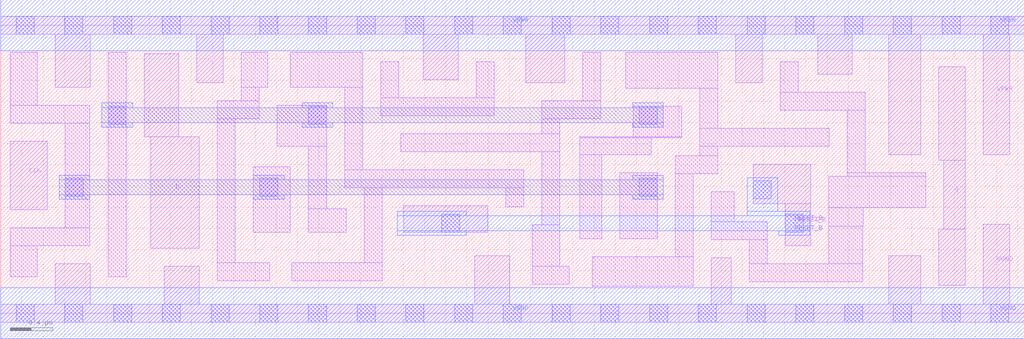
<source format=lef>
# Copyright 2020 The SkyWater PDK Authors
#
# Licensed under the Apache License, Version 2.0 (the "License");
# you may not use this file except in compliance with the License.
# You may obtain a copy of the License at
#
#     https://www.apache.org/licenses/LICENSE-2.0
#
# Unless required by applicable law or agreed to in writing, software
# distributed under the License is distributed on an "AS IS" BASIS,
# WITHOUT WARRANTIES OR CONDITIONS OF ANY KIND, either express or implied.
# See the License for the specific language governing permissions and
# limitations under the License.
#
# SPDX-License-Identifier: Apache-2.0

VERSION 5.7 ;
  NAMESCASESENSITIVE ON ;
  NOWIREEXTENSIONATPIN ON ;
  DIVIDERCHAR "/" ;
  BUSBITCHARS "[]" ;
UNITS
  DATABASE MICRONS 200 ;
END UNITS
MACRO sky130_fd_sc_hd__dfrtp_2
  CLASS CORE ;
  SOURCE USER ;
  FOREIGN sky130_fd_sc_hd__dfrtp_2 ;
  ORIGIN  0.000000  0.000000 ;
  SIZE  9.660000 BY  2.720000 ;
  SYMMETRY X Y R90 ;
  SITE unithd ;
  PIN D
    ANTENNAGATEAREA  0.126000 ;
    DIRECTION INPUT ;
    USE SIGNAL ;
    PORT
      LAYER li1 ;
        RECT 1.355000 1.665000 1.680000 2.450000 ;
        RECT 1.415000 0.615000 1.875000 1.665000 ;
    END
  END D
  PIN Q
    ANTENNADIFFAREA  0.445500 ;
    DIRECTION OUTPUT ;
    USE SIGNAL ;
    PORT
      LAYER li1 ;
        RECT 8.855000 0.265000 9.105000 0.795000 ;
        RECT 8.855000 1.445000 9.105000 2.325000 ;
        RECT 8.900000 0.795000 9.105000 1.445000 ;
    END
  END Q
  PIN RESET_B
    ANTENNAGATEAREA  0.252000 ;
    DIRECTION INPUT ;
    USE SIGNAL ;
    PORT
      LAYER li1 ;
        RECT 3.805000 0.765000 4.595000 1.015000 ;
        RECT 7.105000 1.035000 7.645000 1.405000 ;
        RECT 7.405000 0.635000 7.645000 1.035000 ;
      LAYER mcon ;
        RECT 4.165000 0.765000 4.335000 0.935000 ;
        RECT 7.105000 1.080000 7.275000 1.250000 ;
        RECT 7.405000 0.765000 7.575000 0.935000 ;
      LAYER met1 ;
        RECT 3.745000 0.735000 4.395000 0.780000 ;
        RECT 3.745000 0.780000 7.635000 0.920000 ;
        RECT 3.745000 0.920000 4.395000 0.965000 ;
        RECT 7.045000 0.920000 7.635000 0.965000 ;
        RECT 7.045000 0.965000 7.335000 1.280000 ;
        RECT 7.345000 0.735000 7.635000 0.780000 ;
    END
  END RESET_B
  PIN CLK
    ANTENNAGATEAREA  0.159000 ;
    DIRECTION INPUT ;
    USE CLOCK ;
    PORT
      LAYER li1 ;
        RECT 0.090000 0.975000 0.440000 1.625000 ;
    END
  END CLK
  PIN VGND
    DIRECTION INOUT ;
    SHAPE ABUTMENT ;
    USE GROUND ;
    PORT
      LAYER li1 ;
        RECT 0.000000 -0.085000 9.660000 0.085000 ;
        RECT 0.515000  0.085000 0.845000 0.465000 ;
        RECT 1.545000  0.085000 1.875000 0.445000 ;
        RECT 4.475000  0.085000 4.805000 0.545000 ;
        RECT 6.705000  0.085000 6.895000 0.525000 ;
        RECT 8.380000  0.085000 8.685000 0.545000 ;
        RECT 9.275000  0.085000 9.525000 0.840000 ;
      LAYER mcon ;
        RECT 0.145000 -0.085000 0.315000 0.085000 ;
        RECT 0.605000 -0.085000 0.775000 0.085000 ;
        RECT 1.065000 -0.085000 1.235000 0.085000 ;
        RECT 1.525000 -0.085000 1.695000 0.085000 ;
        RECT 1.985000 -0.085000 2.155000 0.085000 ;
        RECT 2.445000 -0.085000 2.615000 0.085000 ;
        RECT 2.905000 -0.085000 3.075000 0.085000 ;
        RECT 3.365000 -0.085000 3.535000 0.085000 ;
        RECT 3.825000 -0.085000 3.995000 0.085000 ;
        RECT 4.285000 -0.085000 4.455000 0.085000 ;
        RECT 4.745000 -0.085000 4.915000 0.085000 ;
        RECT 5.205000 -0.085000 5.375000 0.085000 ;
        RECT 5.665000 -0.085000 5.835000 0.085000 ;
        RECT 6.125000 -0.085000 6.295000 0.085000 ;
        RECT 6.585000 -0.085000 6.755000 0.085000 ;
        RECT 7.045000 -0.085000 7.215000 0.085000 ;
        RECT 7.505000 -0.085000 7.675000 0.085000 ;
        RECT 7.965000 -0.085000 8.135000 0.085000 ;
        RECT 8.425000 -0.085000 8.595000 0.085000 ;
        RECT 8.885000 -0.085000 9.055000 0.085000 ;
        RECT 9.345000 -0.085000 9.515000 0.085000 ;
      LAYER met1 ;
        RECT 0.000000 -0.240000 9.660000 0.240000 ;
    END
  END VGND
  PIN VPWR
    DIRECTION INOUT ;
    SHAPE ABUTMENT ;
    USE POWER ;
    PORT
      LAYER li1 ;
        RECT 0.000000 2.635000 9.660000 2.805000 ;
        RECT 0.515000 2.135000 0.845000 2.635000 ;
        RECT 1.850000 2.175000 2.100000 2.635000 ;
        RECT 3.990000 2.205000 4.320000 2.635000 ;
        RECT 4.955000 2.175000 5.325000 2.635000 ;
        RECT 6.940000 2.175000 7.190000 2.635000 ;
        RECT 7.710000 2.255000 8.040000 2.635000 ;
        RECT 8.380000 1.495000 8.685000 2.635000 ;
        RECT 9.275000 1.495000 9.525000 2.635000 ;
      LAYER mcon ;
        RECT 0.145000 2.635000 0.315000 2.805000 ;
        RECT 0.605000 2.635000 0.775000 2.805000 ;
        RECT 1.065000 2.635000 1.235000 2.805000 ;
        RECT 1.525000 2.635000 1.695000 2.805000 ;
        RECT 1.985000 2.635000 2.155000 2.805000 ;
        RECT 2.445000 2.635000 2.615000 2.805000 ;
        RECT 2.905000 2.635000 3.075000 2.805000 ;
        RECT 3.365000 2.635000 3.535000 2.805000 ;
        RECT 3.825000 2.635000 3.995000 2.805000 ;
        RECT 4.285000 2.635000 4.455000 2.805000 ;
        RECT 4.745000 2.635000 4.915000 2.805000 ;
        RECT 5.205000 2.635000 5.375000 2.805000 ;
        RECT 5.665000 2.635000 5.835000 2.805000 ;
        RECT 6.125000 2.635000 6.295000 2.805000 ;
        RECT 6.585000 2.635000 6.755000 2.805000 ;
        RECT 7.045000 2.635000 7.215000 2.805000 ;
        RECT 7.505000 2.635000 7.675000 2.805000 ;
        RECT 7.965000 2.635000 8.135000 2.805000 ;
        RECT 8.425000 2.635000 8.595000 2.805000 ;
        RECT 8.885000 2.635000 9.055000 2.805000 ;
        RECT 9.345000 2.635000 9.515000 2.805000 ;
      LAYER met1 ;
        RECT 0.000000 2.480000 9.660000 2.960000 ;
    END
  END VPWR
  OBS
    LAYER li1 ;
      RECT 0.090000 0.345000 0.345000 0.635000 ;
      RECT 0.090000 0.635000 0.840000 0.805000 ;
      RECT 0.090000 1.795000 0.840000 1.965000 ;
      RECT 0.090000 1.965000 0.345000 2.465000 ;
      RECT 0.610000 0.805000 0.840000 1.795000 ;
      RECT 1.015000 0.345000 1.185000 2.465000 ;
      RECT 2.045000 0.305000 2.540000 0.475000 ;
      RECT 2.045000 0.475000 2.215000 1.835000 ;
      RECT 2.045000 1.835000 2.440000 2.005000 ;
      RECT 2.270000 2.005000 2.440000 2.135000 ;
      RECT 2.270000 2.135000 2.520000 2.465000 ;
      RECT 2.385000 0.765000 2.735000 1.385000 ;
      RECT 2.610000 1.575000 3.075000 1.965000 ;
      RECT 2.735000 2.135000 3.415000 2.465000 ;
      RECT 2.745000 0.305000 3.600000 0.475000 ;
      RECT 2.905000 0.765000 3.260000 0.985000 ;
      RECT 2.905000 0.985000 3.075000 1.575000 ;
      RECT 3.245000 1.185000 4.935000 1.355000 ;
      RECT 3.245000 1.355000 3.415000 2.135000 ;
      RECT 3.430000 0.475000 3.600000 1.185000 ;
      RECT 3.585000 1.865000 4.660000 2.035000 ;
      RECT 3.585000 2.035000 3.755000 2.375000 ;
      RECT 3.775000 1.525000 5.275000 1.695000 ;
      RECT 4.490000 2.035000 4.660000 2.375000 ;
      RECT 4.765000 1.005000 4.935000 1.185000 ;
      RECT 5.015000 0.275000 5.365000 0.445000 ;
      RECT 5.015000 0.445000 5.275000 0.835000 ;
      RECT 5.105000 0.835000 5.275000 1.525000 ;
      RECT 5.105000 1.695000 5.275000 1.835000 ;
      RECT 5.105000 1.835000 5.665000 2.005000 ;
      RECT 5.465000 0.705000 5.675000 1.495000 ;
      RECT 5.465000 1.495000 6.140000 1.655000 ;
      RECT 5.465000 1.655000 6.430000 1.665000 ;
      RECT 5.495000 2.005000 5.665000 2.465000 ;
      RECT 5.585000 0.255000 6.535000 0.535000 ;
      RECT 5.845000 0.705000 6.195000 1.325000 ;
      RECT 5.900000 2.125000 6.770000 2.465000 ;
      RECT 5.970000 1.665000 6.430000 1.955000 ;
      RECT 6.365000 0.535000 6.535000 1.315000 ;
      RECT 6.365000 1.315000 6.770000 1.485000 ;
      RECT 6.600000 1.485000 6.770000 1.575000 ;
      RECT 6.600000 1.575000 7.820000 1.745000 ;
      RECT 6.600000 1.745000 6.770000 2.125000 ;
      RECT 6.705000 0.695000 7.235000 0.865000 ;
      RECT 6.705000 0.865000 6.925000 1.145000 ;
      RECT 7.065000 0.295000 8.135000 0.465000 ;
      RECT 7.065000 0.465000 7.235000 0.695000 ;
      RECT 7.360000 1.915000 8.160000 2.085000 ;
      RECT 7.360000 2.085000 7.530000 2.375000 ;
      RECT 7.815000 0.465000 8.135000 0.820000 ;
      RECT 7.815000 0.820000 8.140000 0.995000 ;
      RECT 7.815000 0.995000 8.730000 1.295000 ;
      RECT 7.990000 1.295000 8.730000 1.325000 ;
      RECT 7.990000 1.325000 8.160000 1.915000 ;
    LAYER mcon ;
      RECT 0.610000 1.105000 0.780000 1.275000 ;
      RECT 1.015000 1.785000 1.185000 1.955000 ;
      RECT 2.445000 1.105000 2.615000 1.275000 ;
      RECT 2.905000 1.785000 3.075000 1.955000 ;
      RECT 6.025000 1.105000 6.195000 1.275000 ;
      RECT 6.025000 1.785000 6.195000 1.955000 ;
    LAYER met1 ;
      RECT 0.550000 1.075000 0.840000 1.120000 ;
      RECT 0.550000 1.120000 6.255000 1.260000 ;
      RECT 0.550000 1.260000 0.840000 1.305000 ;
      RECT 0.955000 1.755000 1.245000 1.800000 ;
      RECT 0.955000 1.800000 6.255000 1.940000 ;
      RECT 0.955000 1.940000 1.245000 1.985000 ;
      RECT 2.385000 1.075000 2.675000 1.120000 ;
      RECT 2.385000 1.260000 2.675000 1.305000 ;
      RECT 2.845000 1.755000 3.135000 1.800000 ;
      RECT 2.845000 1.940000 3.135000 1.985000 ;
      RECT 5.965000 1.075000 6.255000 1.120000 ;
      RECT 5.965000 1.260000 6.255000 1.305000 ;
      RECT 5.965000 1.755000 6.255000 1.800000 ;
      RECT 5.965000 1.940000 6.255000 1.985000 ;
  END
END sky130_fd_sc_hd__dfrtp_2

</source>
